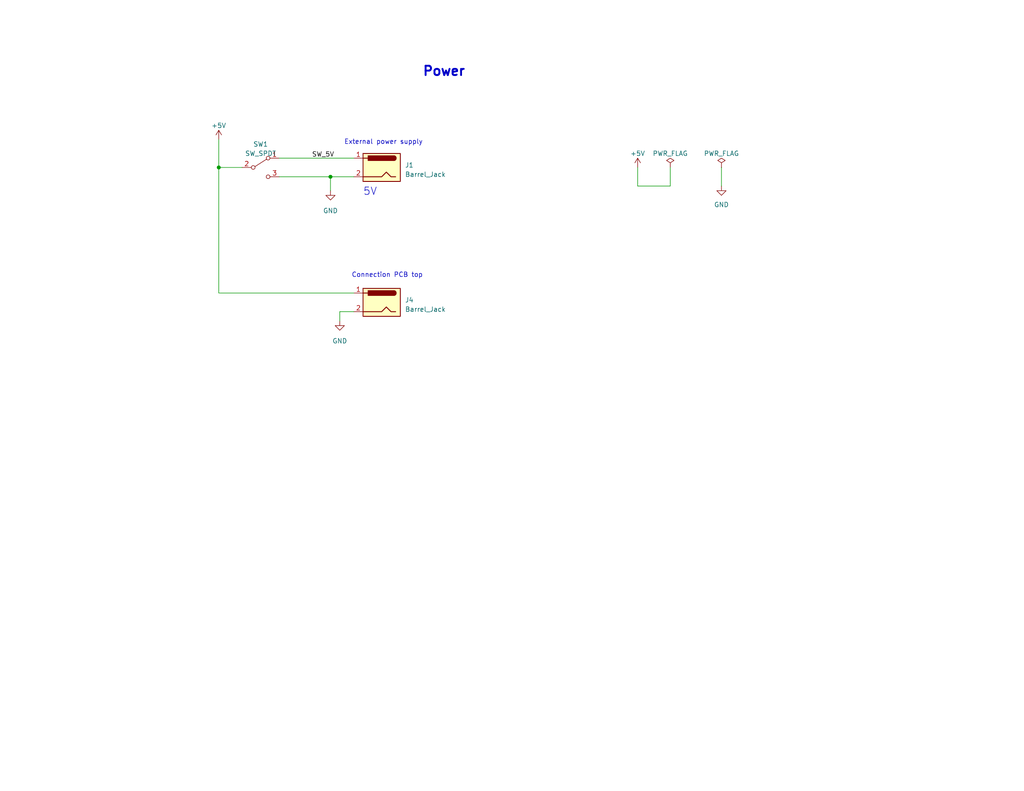
<source format=kicad_sch>
(kicad_sch (version 20231120) (generator "eeschema") (generator_version "8.0")
  (paper "USLetter")
  (lib_symbols
    (symbol "Connector:Barrel_Jack" (pin_names (offset 1.016))
      (property "Reference" "J" (at 0 5.334 0))
      (property "Value" "Barrel_Jack" (at 0 -5.08 0))
      (symbol "Barrel_Jack_0_1"
        (rectangle (start -5.08 3.81) (end 5.08 -3.81) (stroke (width 0.254)) (fill (type background)))
        (arc (start -3.302 3.175) (mid -3.9343 2.54) (end -3.302 1.905) (stroke (width 0.254)))
        (arc (start -3.302 3.175) (mid -3.9343 2.54) (end -3.302 1.905) (stroke (width 0.254)) (fill (type outline)))
        (polyline (pts (xy 5.08 2.54) (xy 3.81 2.54)) (stroke (width 0.254)))
        (polyline (pts (xy -3.81 -2.54) (xy -2.54 -2.54) (xy -1.27 -1.27) (xy 0 -2.54) (xy 2.54 -2.54) (xy 5.08 -2.54)) (stroke (width 0.254)))
        (rectangle (start 3.683 3.175) (end -3.302 1.905) (stroke (width 0.254)) (fill (type outline)))
      )
      (symbol "Barrel_Jack_1_1"
        (pin passive line (at 7.62 2.54 180) (length 2.54) (name "~") (number "1"))
        (pin passive line (at 7.62 -2.54 180) (length 2.54) (name "~") (number "2"))
      )
    )
    (symbol "Switch:SW_SPDT" (pin_names (offset 0) hide)
      (property "Reference" "SW" (at 0 4.318 0))
      (property "Value" "SW_SPDT" (at 0 -5.08 0))
      (symbol "SW_SPDT_0_0"
        (circle (center -2.032 0) (radius 0.508))
        (circle (center 2.032 -2.54) (radius 0.508))
      )
      (symbol "SW_SPDT_0_1"
        (polyline (pts (xy -1.524 0.254) (xy 1.651 2.286)))
        (circle (center 2.032 2.54) (radius 0.508))
      )
      (symbol "SW_SPDT_1_1"
        (pin passive line (at 5.08 2.54 180) (length 2.54) (name "A") (number "1"))
        (pin passive line (at -5.08 0 0) (length 2.54) (name "B") (number "2"))
        (pin passive line (at 5.08 -2.54 180) (length 2.54) (name "C") (number "3"))
      )
    )
    (symbol "power:+5V" (power) (pin_names (offset 0))
      (property "Value" "+5V" (at 0 3.556 0))
      (symbol "+5V_0_1"
        (polyline (pts (xy -0.762 1.27) (xy 0 2.54)))
        (polyline (pts (xy 0 0) (xy 0 2.54)))
        (polyline (pts (xy 0 2.54) (xy 0.762 1.27)))
      )
      (symbol "+5V_1_1"
        (pin power_in line (at 0 0 90) (length 0) hide (name "+5V") (number "1"))
      )
    )
    (symbol "power:GND" (power) (pin_names (offset 0))
      (property "Value" "GND" (at 0 -3.81 0))
      (symbol "GND_0_1"
        (polyline (pts (xy 0 0) (xy 0 -1.27) (xy 1.27 -1.27) (xy 0 -2.54) (xy -1.27 -1.27) (xy 0 -1.27)))
      )
      (symbol "GND_1_1"
        (pin power_in line (at 0 0 270) (length 0) hide (name "GND") (number "1"))
      )
    )
    (symbol "power:PWR_FLAG" (power) (pin_numbers hide) (pin_names (offset 0) hide)
      (property "Value" "PWR_FLAG" (at 0 3.81 0))
      (symbol "PWR_FLAG_0_0"
        (pin power_out line (at 0 0 90) (length 0) (name "pwr") (number "1"))
      )
      (symbol "PWR_FLAG_0_1"
        (polyline (pts (xy 0 0) (xy 0 1.27) (xy -1.016 1.905) (xy 0 2.54) (xy 1.016 1.905) (xy 0 1.27)))
      )
    )
  )
  (junction (at 90.17 48.26))
  (junction (at 59.69 45.72))
  (wire (pts (xy 66.04 45.72) (xy 59.69 45.72)))
  (wire (pts (xy 173.99 45.72) (xy 173.99 50.8)))
  (wire (pts (xy 96.52 85.09) (xy 92.71 85.09)))
  (wire (pts (xy 196.85 45.72) (xy 196.85 50.8)))
  (wire (pts (xy 59.69 45.72) (xy 59.69 80.01)))
  (wire (pts (xy 182.88 45.72) (xy 182.88 50.8)))
  (wire (pts (xy 182.88 50.8) (xy 173.99 50.8)))
  (wire (pts (xy 90.17 48.26) (xy 90.17 52.07)))
  (wire (pts (xy 76.2 48.26) (xy 90.17 48.26)))
  (wire (pts (xy 76.2 43.18) (xy 96.52 43.18)))
  (wire (pts (xy 59.69 38.1) (xy 59.69 45.72)))
  (wire (pts (xy 59.69 80.01) (xy 96.52 80.01)))
  (wire (pts (xy 90.17 48.26) (xy 96.52 48.26)))
  (wire (pts (xy 92.71 85.09) (xy 92.71 87.63)))
  (text "Connection PCB top" (at 105.664 75.184 0) (effects (font (size 1.27 1.27))))
  (text "5V" (at 99.06 53.594 0) (effects (font (size 2.032 2.032)) (justify left bottom)))
  (text "External power supply" (at 104.648 38.862 0) (effects (font (size 1.27 1.27))))
  (text "Power" (at 115.189 21.082 0) (effects (font (size 2.54 2.54) (thickness 0.508) (bold yes)) (justify left bottom)))
  (label "SW_5V" (at 85.09 43.18 0))
  (symbol (lib_id "power:+5V") (at 173.99 45.72 0) (unit 1)
    (property "Reference" "#PWR074" (effects (hide yes)))
    (property "Value" "+5V" (at 173.99 41.91 0))
  )
  (symbol (lib_id "power:+5V") (at 59.69 38.1 0) (unit 1)
    (property "Reference" "#PWR04" (effects (hide yes)))
    (property "Value" "+5V" (at 59.69 34.29 0))
  )
  (symbol (lib_id "Connector:Barrel_Jack") (at 104.14 45.72 0) (mirror y) (unit 1)
    (property "Reference" "J1" (at 110.49 45.085 0) (effects (justify right)))
    (property "Value" "Barrel_Jack" (at 110.49 47.625 0) (effects (justify right)))
    (property "Footprint" "arena_custom:DCJACK_2PIN_HIGHCURRENT" (effects (hide yes)))
  )
  (symbol (lib_id "Switch:SW_SPDT") (at 71.12 45.72 0) (unit 1)
    (property "Reference" "SW1" (at 71.12 39.37 0))
    (property "Value" "SW_SPDT" (at 71.12 41.91 0))
    (property "Footprint" "arena_custom:slide_switch" (effects (hide yes)))
  )
  (symbol (lib_id "power:GND") (at 90.17 52.07 0) (unit 1)
    (property "Reference" "#PWR077" (effects (hide yes)))
    (property "Value" "GND" (at 90.17 57.531 0))
  )
  (symbol (lib_id "power:PWR_FLAG") (at 196.85 45.72 0) (unit 1)
    (property "Reference" "#FLG03" (effects (hide yes)))
    (property "Value" "PWR_FLAG" (at 196.85 41.91 0))
  )
  (symbol (lib_id "power:PWR_FLAG") (at 182.88 45.72 0) (unit 1)
    (property "Reference" "#FLG01" (effects (hide yes)))
    (property "Value" "PWR_FLAG" (at 182.88 41.91 0))
  )
  (symbol (lib_id "power:GND") (at 92.71 87.63 0) (unit 1)
    (property "Reference" "#PWR0561" (effects (hide yes)))
    (property "Value" "GND" (at 92.71 93.091 0))
  )
  (symbol (lib_id "power:GND") (at 196.85 50.8 0) (unit 1)
    (property "Reference" "#PWR013" (effects (hide yes)))
    (property "Value" "GND" (at 196.85 55.88 0))
  )
  (symbol (lib_id "Connector:Barrel_Jack") (at 104.14 82.55 0) (mirror y) (unit 1)
    (property "Reference" "J4" (at 110.49 81.915 0) (effects (justify right)))
    (property "Value" "Barrel_Jack" (at 110.49 84.455 0) (effects (justify right)))
    (property "Footprint" "arena_custom:DCJACK_2PIN_HIGHCURRENT" (effects (hide yes)))
  )
)
</source>
